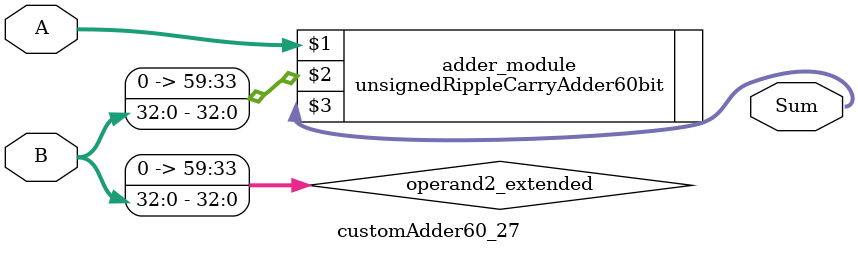
<source format=v>
module customAdder60_27(
                        input [59 : 0] A,
                        input [32 : 0] B,
                        
                        output [60 : 0] Sum
                );

        wire [59 : 0] operand2_extended;
        
        assign operand2_extended =  {27'b0, B};
        
        unsignedRippleCarryAdder60bit adder_module(
            A,
            operand2_extended,
            Sum
        );
        
        endmodule
        
</source>
